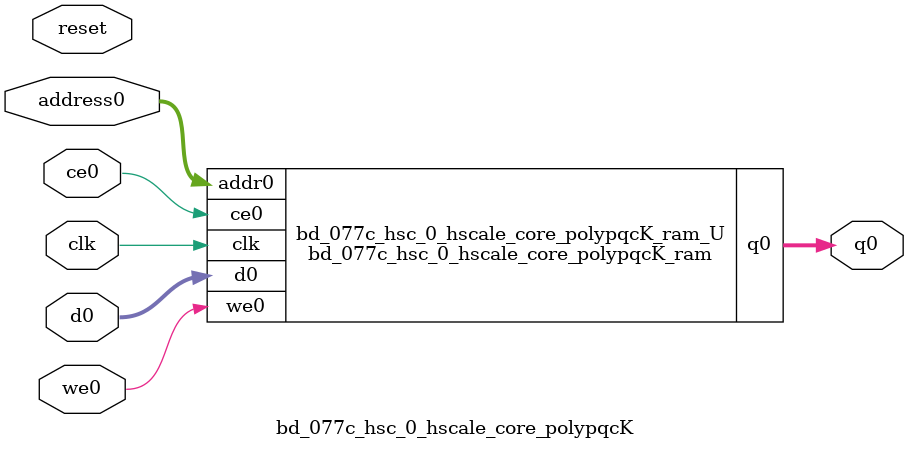
<source format=v>

`timescale 1 ns / 1 ps
module bd_077c_hsc_0_hscale_core_polypqcK_ram (addr0, ce0, d0, we0, q0,  clk);

parameter DWIDTH = 16;
parameter AWIDTH = 6;
parameter MEM_SIZE = 64;

input[AWIDTH-1:0] addr0;
input ce0;
input[DWIDTH-1:0] d0;
input we0;
output reg[DWIDTH-1:0] q0;
input clk;

(* ram_style = "distributed" *)reg [DWIDTH-1:0] ram[0:MEM_SIZE-1];




always @(posedge clk)  
begin 
    if (ce0) 
    begin
        if (we0) 
        begin 
            ram[addr0] <= d0; 
            q0 <= d0;
        end 
        else 
            q0 <= ram[addr0];
    end
end


endmodule


`timescale 1 ns / 1 ps
module bd_077c_hsc_0_hscale_core_polypqcK(
    reset,
    clk,
    address0,
    ce0,
    we0,
    d0,
    q0);

parameter DataWidth = 32'd16;
parameter AddressRange = 32'd64;
parameter AddressWidth = 32'd6;
input reset;
input clk;
input[AddressWidth - 1:0] address0;
input ce0;
input we0;
input[DataWidth - 1:0] d0;
output[DataWidth - 1:0] q0;



bd_077c_hsc_0_hscale_core_polypqcK_ram bd_077c_hsc_0_hscale_core_polypqcK_ram_U(
    .clk( clk ),
    .addr0( address0 ),
    .ce0( ce0 ),
    .d0( d0 ),
    .we0( we0 ),
    .q0( q0 ));

endmodule


</source>
